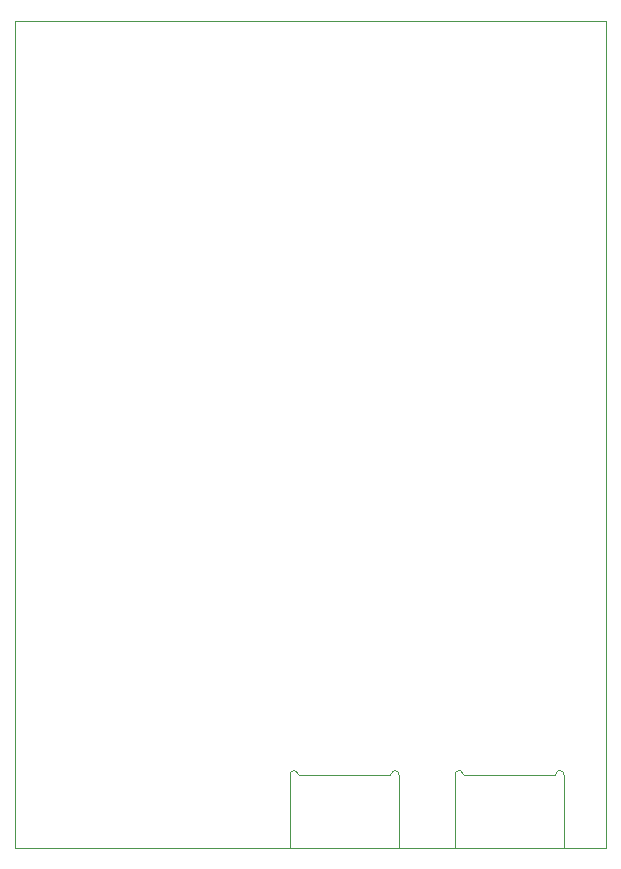
<source format=gbr>
%TF.GenerationSoftware,KiCad,Pcbnew,9.0.7*%
%TF.CreationDate,2026-01-26T18:53:02-07:00*%
%TF.ProjectId,MPU_MOD,4d50555f-4d4f-4442-9e6b-696361645f70,rev?*%
%TF.SameCoordinates,Original*%
%TF.FileFunction,Profile,NP*%
%FSLAX46Y46*%
G04 Gerber Fmt 4.6, Leading zero omitted, Abs format (unit mm)*
G04 Created by KiCad (PCBNEW 9.0.7) date 2026-01-26 18:53:02*
%MOMM*%
%LPD*%
G01*
G04 APERTURE LIST*
%TA.AperFunction,Profile*%
%ADD10C,0.050000*%
%TD*%
%TA.AperFunction,Profile*%
%ADD11C,0.010000*%
%TD*%
G04 APERTURE END LIST*
D10*
X60000000Y-59000000D02*
X110000000Y-59000000D01*
X110000000Y-129000000D01*
X60000000Y-129000000D01*
X60000000Y-59000000D01*
D11*
%TO.C,J1101*%
X83280000Y-129010000D02*
X83280000Y-122860000D01*
X84080000Y-122860000D02*
X91720000Y-122860000D01*
X92520000Y-122860000D02*
X92520000Y-129010000D01*
D10*
X92520000Y-129010000D02*
X83280000Y-129010000D01*
D11*
X83279455Y-122860056D02*
G75*
G02*
X83605000Y-122459449I363044J37557D01*
G01*
X83605005Y-122459449D02*
G75*
G02*
X83930549Y-122739959I22496J-303051D01*
G01*
X84080000Y-122860000D02*
G75*
G02*
X83930000Y-122740000I-15000J135000D01*
G01*
X91870000Y-122740000D02*
G75*
G02*
X91720000Y-122860000I-135000J15000D01*
G01*
X91870000Y-122740000D02*
G75*
G02*
X92195000Y-122460000I302500J-22500D01*
G01*
X92195000Y-122460000D02*
G75*
G02*
X92520000Y-122860000I-37500J-362500D01*
G01*
%TO.C,J1*%
X97240000Y-128987500D02*
X97240000Y-122837500D01*
X98040000Y-122837500D02*
X105680000Y-122837500D01*
X106480000Y-122837500D02*
X106480000Y-128987500D01*
D10*
X106480000Y-128987500D02*
X97240000Y-128987500D01*
D11*
X97239455Y-122837556D02*
G75*
G02*
X97565000Y-122436949I363044J37557D01*
G01*
X97565005Y-122436949D02*
G75*
G02*
X97890549Y-122717459I22496J-303051D01*
G01*
X98040000Y-122837500D02*
G75*
G02*
X97890000Y-122717500I-15000J135000D01*
G01*
X105830000Y-122717500D02*
G75*
G02*
X105680000Y-122837500I-135000J15000D01*
G01*
X105830000Y-122717500D02*
G75*
G02*
X106155000Y-122437500I302500J-22500D01*
G01*
X106155000Y-122437500D02*
G75*
G02*
X106480000Y-122837500I-37500J-362500D01*
G01*
%TD*%
M02*

</source>
